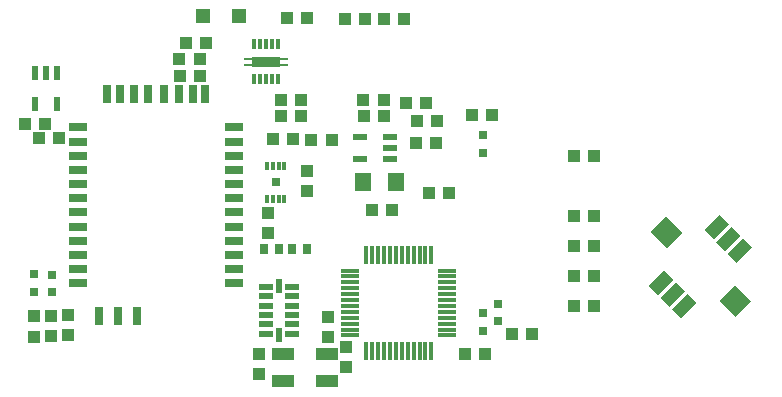
<source format=gtp>
G75*
G70*
%OFA0B0*%
%FSLAX24Y24*%
%IPPOS*%
%LPD*%
%AMOC8*
5,1,8,0,0,1.08239X$1,22.5*
%
%ADD10R,0.0630X0.0118*%
%ADD11R,0.0118X0.0630*%
%ADD12R,0.0217X0.0472*%
%ADD13R,0.0433X0.0394*%
%ADD14R,0.0117X0.0335*%
%ADD15R,0.0276X0.0110*%
%ADD16R,0.0940X0.0340*%
%ADD17R,0.0512X0.0512*%
%ADD18R,0.0118X0.0315*%
%ADD19R,0.0260X0.0260*%
%ADD20R,0.0394X0.0433*%
%ADD21R,0.0472X0.0217*%
%ADD22R,0.0551X0.0630*%
%ADD23R,0.0472X0.0197*%
%ADD24R,0.0197X0.0472*%
%ADD25R,0.0276X0.0354*%
%ADD26R,0.0748X0.0433*%
%ADD27R,0.0630X0.0315*%
%ADD28R,0.0315X0.0630*%
%ADD29R,0.0315X0.0315*%
%ADD30R,0.0728X0.0433*%
%ADD31R,0.0748X0.0787*%
D10*
X011487Y003356D03*
X011487Y003553D03*
X011487Y003749D03*
X011487Y003946D03*
X011487Y004143D03*
X011487Y004340D03*
X011487Y004537D03*
X011487Y004734D03*
X011487Y004931D03*
X011487Y005127D03*
X011487Y005324D03*
X011487Y005521D03*
X014715Y005521D03*
X014715Y005324D03*
X014715Y005127D03*
X014715Y004931D03*
X014715Y004734D03*
X014715Y004537D03*
X014715Y004340D03*
X014715Y004143D03*
X014715Y003946D03*
X014715Y003749D03*
X014715Y003553D03*
X014715Y003356D03*
D11*
X014184Y002824D03*
X013987Y002824D03*
X013790Y002824D03*
X013593Y002824D03*
X013396Y002824D03*
X013199Y002824D03*
X013003Y002824D03*
X012806Y002824D03*
X012609Y002824D03*
X012412Y002824D03*
X012215Y002824D03*
X012018Y002824D03*
X012018Y006053D03*
X012215Y006053D03*
X012412Y006053D03*
X012609Y006053D03*
X012806Y006053D03*
X013003Y006053D03*
X013199Y006053D03*
X013396Y006053D03*
X013593Y006053D03*
X013790Y006053D03*
X013987Y006053D03*
X014184Y006053D03*
D12*
X001713Y011068D03*
X000965Y011068D03*
X000965Y012092D03*
X001339Y012092D03*
X001713Y012092D03*
D13*
X001313Y010399D03*
X001104Y009941D03*
X000643Y010399D03*
X001774Y009941D03*
X005817Y011990D03*
X005787Y012568D03*
X006014Y013107D03*
X006683Y013107D03*
X006456Y012568D03*
X006486Y011990D03*
X009183Y011197D03*
X009163Y010678D03*
X009833Y010678D03*
X009852Y011197D03*
X009562Y009918D03*
X010188Y009886D03*
X010857Y009886D03*
X011931Y010687D03*
X011919Y011194D03*
X012589Y011194D03*
X012600Y010687D03*
X013334Y011119D03*
X014003Y011119D03*
X013702Y010517D03*
X014371Y010517D03*
X014354Y009768D03*
X013685Y009768D03*
X014112Y008120D03*
X014781Y008120D03*
X012861Y007534D03*
X012192Y007534D03*
X008893Y009918D03*
X009359Y013929D03*
X010028Y013929D03*
X011305Y013893D03*
X011974Y013893D03*
X012595Y013903D03*
X013265Y013903D03*
X015526Y010694D03*
X016196Y010694D03*
X018926Y009344D03*
X019596Y009344D03*
X019596Y007344D03*
X018926Y007344D03*
X018926Y006344D03*
X019596Y006344D03*
X019596Y005344D03*
X018926Y005344D03*
X018926Y004344D03*
X019596Y004344D03*
X017527Y003403D03*
X016857Y003403D03*
X015967Y002743D03*
X015298Y002743D03*
D14*
X009066Y011901D03*
X008869Y011901D03*
X008673Y011901D03*
X008476Y011901D03*
X008279Y011901D03*
X008279Y013062D03*
X008476Y013062D03*
X008673Y013062D03*
X008869Y013062D03*
X009066Y013062D03*
D15*
X009263Y012580D03*
X009263Y012383D03*
X008082Y012383D03*
X008082Y012580D03*
D16*
X008673Y012481D03*
D17*
X007767Y013990D03*
X006586Y013990D03*
D18*
X008697Y009014D03*
X008894Y009014D03*
X009091Y009014D03*
X009288Y009014D03*
X009288Y007911D03*
X009091Y007911D03*
X008894Y007911D03*
X008697Y007911D03*
D19*
X008993Y008462D03*
D20*
X000932Y003320D03*
X001520Y003325D03*
X002079Y003369D03*
X002079Y004038D03*
X001520Y003994D03*
X000932Y003990D03*
X008426Y002728D03*
X008426Y002059D03*
X010739Y003319D03*
X011354Y002984D03*
X011354Y002315D03*
X010739Y003988D03*
X008739Y006768D03*
X008739Y007437D03*
X010047Y008158D03*
X010047Y008827D03*
D21*
X011789Y009225D03*
X011789Y009973D03*
X012813Y009973D03*
X012813Y009599D03*
X012813Y009225D03*
D22*
X012993Y008462D03*
X011891Y008462D03*
D23*
X009545Y004982D03*
X009545Y004667D03*
X009545Y004352D03*
X009545Y004037D03*
X009545Y003723D03*
X009545Y003408D03*
X008679Y003408D03*
X008679Y003723D03*
X008679Y004037D03*
X008679Y004352D03*
X008679Y004667D03*
X008679Y004982D03*
D24*
X009112Y005022D03*
X009112Y003368D03*
D25*
X009105Y006234D03*
X008593Y006234D03*
X009536Y006224D03*
X010048Y006224D03*
D26*
X010696Y002743D03*
X010696Y001838D03*
X009240Y001838D03*
X009240Y002743D03*
D27*
X007610Y005096D03*
X007610Y005568D03*
X007610Y006041D03*
X007610Y006513D03*
X007610Y006986D03*
X007610Y007458D03*
X007610Y007931D03*
X007610Y008403D03*
X007610Y008876D03*
X007610Y009348D03*
X007610Y009820D03*
X007610Y010293D03*
X002413Y010293D03*
X002413Y009820D03*
X002413Y009348D03*
X002413Y008876D03*
X002413Y008403D03*
X002413Y007931D03*
X002413Y007458D03*
X002413Y006986D03*
X002413Y006513D03*
X002413Y006041D03*
X002413Y005568D03*
X002413Y005096D03*
D28*
X003121Y003994D03*
X003751Y003994D03*
X004381Y003994D03*
X004263Y011395D03*
X003791Y011395D03*
X003388Y011395D03*
X004736Y011395D03*
X005287Y011395D03*
X005759Y011395D03*
X006232Y011395D03*
X006634Y011395D03*
D29*
X001535Y005382D03*
X000929Y005393D03*
X000929Y004803D03*
X001535Y004791D03*
X015889Y004095D03*
X016394Y003831D03*
X015889Y003504D03*
X016394Y004421D03*
X015911Y009449D03*
X015911Y010040D03*
D30*
G36*
X022256Y005220D02*
X021742Y004706D01*
X021436Y005012D01*
X021950Y005526D01*
X022256Y005220D01*
G37*
G36*
X022645Y004830D02*
X022131Y004316D01*
X021825Y004622D01*
X022339Y005136D01*
X022645Y004830D01*
G37*
G36*
X023035Y004440D02*
X022521Y003926D01*
X022215Y004232D01*
X022729Y004746D01*
X023035Y004440D01*
G37*
G36*
X024886Y006291D02*
X024372Y005777D01*
X024066Y006083D01*
X024580Y006597D01*
X024886Y006291D01*
G37*
G36*
X024497Y006681D02*
X023983Y006167D01*
X023677Y006473D01*
X024191Y006987D01*
X024497Y006681D01*
G37*
G36*
X024107Y007071D02*
X023593Y006557D01*
X023287Y006863D01*
X023801Y007377D01*
X024107Y007071D01*
G37*
D31*
G36*
X022553Y006788D02*
X022024Y006259D01*
X021469Y006814D01*
X021998Y007343D01*
X022553Y006788D01*
G37*
G36*
X024853Y004489D02*
X024324Y003960D01*
X023769Y004515D01*
X024298Y005044D01*
X024853Y004489D01*
G37*
M02*

</source>
